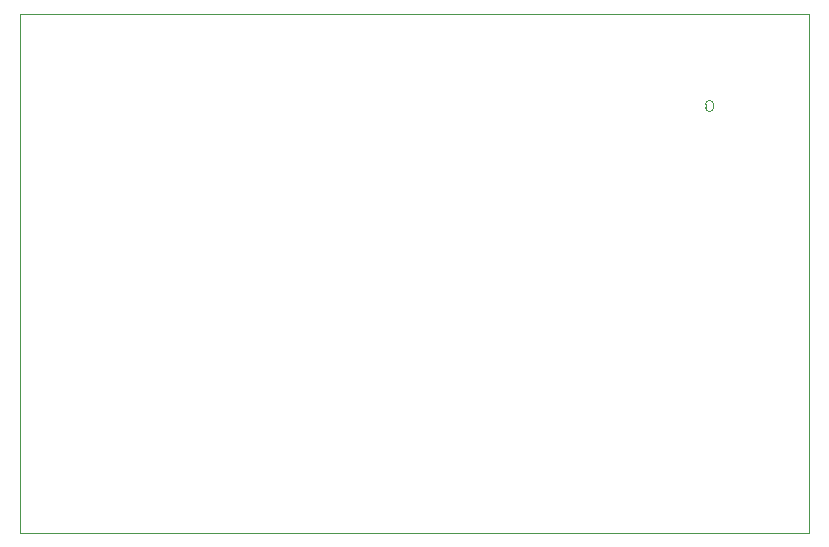
<source format=gbr>
G04 #@! TF.GenerationSoftware,KiCad,Pcbnew,7.0.7*
G04 #@! TF.CreationDate,2024-08-26T03:28:25+03:00*
G04 #@! TF.ProjectId,telemetry_box_01,74656c65-6d65-4747-9279-5f626f785f30,rev?*
G04 #@! TF.SameCoordinates,Original*
G04 #@! TF.FileFunction,Profile,NP*
%FSLAX46Y46*%
G04 Gerber Fmt 4.6, Leading zero omitted, Abs format (unit mm)*
G04 Created by KiCad (PCBNEW 7.0.7) date 2024-08-26 03:28:25*
%MOMM*%
%LPD*%
G01*
G04 APERTURE LIST*
G04 #@! TA.AperFunction,Profile*
%ADD10C,0.100000*%
G04 #@! TD*
G04 #@! TA.AperFunction,Profile*
%ADD11C,0.010000*%
G04 #@! TD*
G04 APERTURE END LIST*
D10*
X166800000Y-104000000D02*
X166800000Y-60000000D01*
X166800000Y-60000000D02*
X100000000Y-60000000D01*
X100000000Y-60000000D02*
X100000000Y-104000000D01*
X100000000Y-104000000D02*
X166800000Y-104000000D01*
D11*
X158675000Y-67665000D02*
G75*
G03*
X158025000Y-67665000I-325000J0D01*
G01*
X158025000Y-67965000D02*
G75*
G03*
X158675000Y-67965000I325000J0D01*
G01*
X158675000Y-67665000D02*
X158675000Y-67965000D01*
X158025000Y-67965000D02*
X158025000Y-67665000D01*
M02*

</source>
